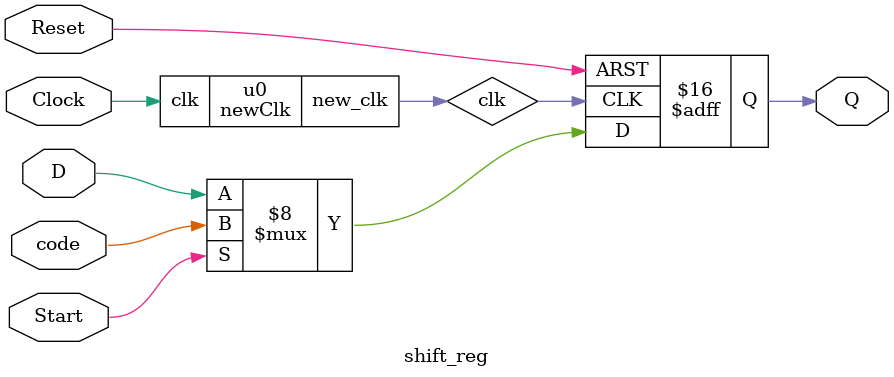
<source format=v>
`timescale 1ns / 1ns // `timescale time_unit/time_precision

module part3(ClockIn, Resetn, Start, Letter, DotDashOut);
	input ClockIn, Resetn, Start; 
	input [2:0] Letter;	
	output DotDashOut;
	wire [11:0] Q; 
	reg [11:0] code;
	
	parameter A = 3'b000, B = 3'b001, C = 3'b010, D = 3'b011, E = 3'b100, F = 3'b101, G = 3'b110, H = 3'b111;
	
	always@(posedge ClockIn)
	begin
		if (Start)
			case(Letter)
				A: code <= 12'b101110000000;
				B: code <= 12'b111010101000;
				C: code <= 12'b111010111010;
				D: code <= 12'b111010100000;
				E: code <= 12'b100000000000;
				F: code <= 12'b101011101000;
				G: code <= 12'b111011101000;
				H: code <= 12'b101010100000;
				default: code <= 12'b111111111110;
			endcase
	end
	
	assign DotDashOut = Q[11];
	//12 bit shift register to output DotDashOut 1 bit at a time
	shift_reg r11 (.Clock(ClockIn), .Reset(Resetn), .Start(Start), .Q(Q[11]), .D(Q[10]), .code(code[11]));
	shift_reg r10 (.Clock(ClockIn), .Reset(Resetn), .Start(Start), .Q(Q[10]), .D(Q[9]), .code(code[10]));
	shift_reg r9 (.Clock(ClockIn), .Reset(Resetn), .Start(Start), .Q(Q[9]), .D(Q[8]), .code(code[9]));
	shift_reg r8 (.Clock(ClockIn), .Reset(Resetn), .Start(Start), .Q(Q[8]), .D(Q[7]), .code(code[8]));
	shift_reg r7 (.Clock(ClockIn), .Reset(Resetn), .Start(Start), .Q(Q[7]), .D(Q[6]), .code(code[7]));
	shift_reg r6 (.Clock(ClockIn), .Reset(Resetn), .Start(Start), .Q(Q[6]), .D(Q[5]), .code(code[6]));
	shift_reg r5 (.Clock(ClockIn), .Reset(Resetn), .Start(Start), .Q(Q[5]), .D(Q[4]), .code(code[5]));
	shift_reg r4 (.Clock(ClockIn), .Reset(Resetn), .Start(Start), .Q(Q[4]), .D(Q[3]), .code(code[4]));
	shift_reg r3 (.Clock(ClockIn), .Reset(Resetn), .Start(Start), .Q(Q[3]), .D(Q[2]), .code(code[3]));
	shift_reg r2 (.Clock(ClockIn), .Reset(Resetn), .Start(Start), .Q(Q[2]), .D(Q[1]), .code(code[2]));
	shift_reg r1 (.Clock(ClockIn), .Reset(Resetn), .Start(Start), .Q(Q[1]), .D(Q[0]), .code(code[1]));
	shift_reg r0 (.Clock(ClockIn), .Reset(Resetn), .Start(Start), .Q(Q[0]), .D(Q[11]), .code(code[0]));
	
	
endmodule

module newClk (clk, new_clk);
	input clk;
	output reg new_clk;
	reg [11:0] RateDivider = 0; 
	
	always@(posedge clk)
	begin
		if (RateDivider == 249) begin
			new_clk <= 1; 
			RateDivider <= 0; 
		end
		else begin
			new_clk <= 0;
			RateDivider <= RateDivider + 1;
		end
	end

endmodule

module shift_reg(Clock, Reset, Start, Q, D, code);
	input Clock, Reset, D, code, Start;
	wire clk;
	reg go;
	reg temp;
	output reg Q;
	
	
	newClk u0(.clk(Clock), .new_clk(clk));
	
	
	always @(posedge clk, negedge Reset)
	begin
	
		if (Reset == 1'b0)
			Q <= 1'b0; 
		else begin
			if (Start)
				Q <= code;
			
			else
				Q <= D;
		end		
			
	end
//	
//	always @(Start)
//	begin
//		if (Start)
//			go <= 1;
//		else 
//			go <= 0; 
//	end
	

endmodule

</source>
